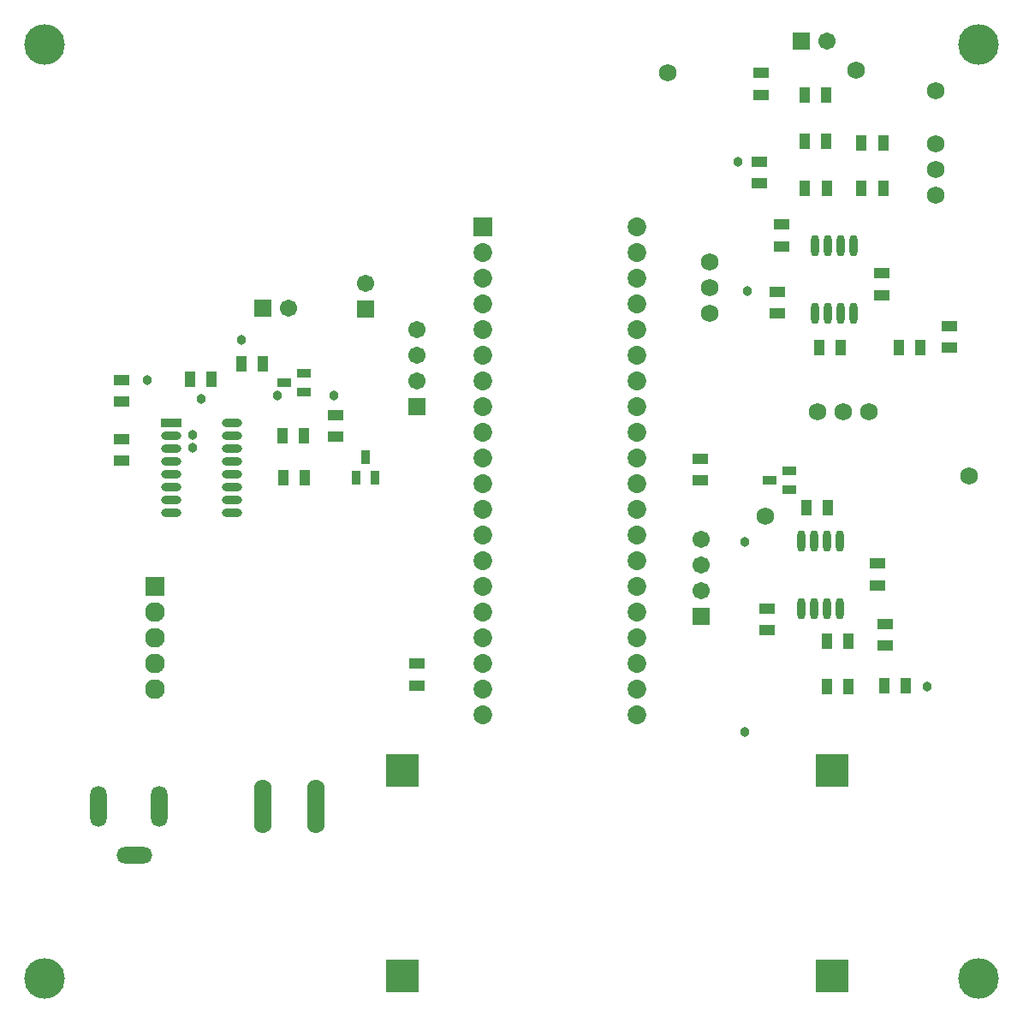
<source format=gts>
%FSLAX25Y25*%
%MOIN*%
G70*
G01*
G75*
G04 Layer_Color=8388736*
%ADD10C,0.02000*%
%ADD11C,0.03000*%
%ADD12R,0.04724X0.02756*%
%ADD13R,0.05315X0.03347*%
%ADD14R,0.03347X0.05315*%
%ADD15O,0.07087X0.02441*%
%ADD16R,0.07087X0.02441*%
%ADD17R,0.12000X0.12000*%
%ADD18O,0.02362X0.07480*%
%ADD19R,0.02756X0.04724*%
%ADD20C,0.05000*%
%ADD21C,0.05906*%
%ADD22R,0.05906X0.05906*%
%ADD23R,0.05906X0.05906*%
%ADD24R,0.06900X0.06900*%
%ADD25C,0.06900*%
%ADD26C,0.15000*%
%ADD27C,0.06500*%
%ADD28R,0.06500X0.06500*%
%ADD29O,0.05600X0.15200*%
%ADD30O,0.13200X0.05600*%
%ADD31O,0.06000X0.20200*%
%ADD32C,0.06000*%
%ADD33C,0.03000*%
%ADD34C,0.01000*%
%ADD35C,0.00984*%
%ADD36C,0.00787*%
%ADD37C,0.02362*%
%ADD38C,0.01181*%
%ADD39R,0.05524X0.03556*%
%ADD40R,0.06115X0.04147*%
%ADD41R,0.04147X0.06115*%
%ADD42O,0.07887X0.03241*%
%ADD43R,0.07887X0.03241*%
%ADD44R,0.12800X0.12800*%
%ADD45O,0.03162X0.08280*%
%ADD46R,0.03556X0.05524*%
%ADD47C,0.06706*%
%ADD48R,0.06706X0.06706*%
%ADD49R,0.06706X0.06706*%
%ADD50R,0.07700X0.07700*%
%ADD51C,0.07700*%
%ADD52C,0.15800*%
%ADD53C,0.07300*%
%ADD54R,0.07300X0.07300*%
%ADD55O,0.06400X0.16000*%
%ADD56O,0.14000X0.06400*%
%ADD57O,0.06800X0.21000*%
%ADD58C,0.06800*%
%ADD59C,0.03800*%
D39*
X305100Y212700D02*
D03*
X297163Y209099D02*
D03*
X305100Y205298D02*
D03*
X116100Y243298D02*
D03*
X108163Y247099D02*
D03*
X116100Y250700D02*
D03*
D40*
X270200Y208968D02*
D03*
Y217432D02*
D03*
X128200Y234432D02*
D03*
Y225968D02*
D03*
X44800Y239568D02*
D03*
Y248032D02*
D03*
Y216568D02*
D03*
Y225032D02*
D03*
X301800Y300068D02*
D03*
Y308532D02*
D03*
X293200Y332932D02*
D03*
Y324468D02*
D03*
X340800Y281068D02*
D03*
Y289532D02*
D03*
X367200Y268932D02*
D03*
Y260468D02*
D03*
X300200Y282432D02*
D03*
Y273968D02*
D03*
X296200Y158932D02*
D03*
Y150468D02*
D03*
X342200Y152932D02*
D03*
Y144468D02*
D03*
X339300Y168068D02*
D03*
Y176532D02*
D03*
X293800Y359068D02*
D03*
Y367532D02*
D03*
X159800Y129068D02*
D03*
Y137532D02*
D03*
D41*
X71568Y248200D02*
D03*
X80032D02*
D03*
X91568Y254200D02*
D03*
X100032D02*
D03*
X107568Y226200D02*
D03*
X116032D02*
D03*
X116432Y209800D02*
D03*
X107968D02*
D03*
X350432Y128800D02*
D03*
X341968D02*
D03*
X333068Y322700D02*
D03*
X341532D02*
D03*
X319432Y340800D02*
D03*
X310968D02*
D03*
X316568Y260700D02*
D03*
X325032D02*
D03*
X333068Y340200D02*
D03*
X341532D02*
D03*
X311068Y322700D02*
D03*
X319532D02*
D03*
X319432Y358800D02*
D03*
X310968D02*
D03*
X347568Y260700D02*
D03*
X356032D02*
D03*
X327932Y146300D02*
D03*
X319468D02*
D03*
X319568Y128700D02*
D03*
X328032D02*
D03*
X311568Y198200D02*
D03*
X320032D02*
D03*
D42*
X87822Y196400D02*
D03*
Y201400D02*
D03*
Y206400D02*
D03*
Y211400D02*
D03*
Y216400D02*
D03*
Y221400D02*
D03*
Y226400D02*
D03*
Y231400D02*
D03*
X64200Y196400D02*
D03*
Y201400D02*
D03*
Y206400D02*
D03*
Y211400D02*
D03*
Y216400D02*
D03*
Y221400D02*
D03*
Y226400D02*
D03*
D43*
Y231400D02*
D03*
D44*
X321750Y16000D02*
D03*
Y96000D02*
D03*
X154250D02*
D03*
Y16000D02*
D03*
D45*
X330000Y300189D02*
D03*
X325000D02*
D03*
X320000D02*
D03*
X315000D02*
D03*
X330000Y273811D02*
D03*
X325000D02*
D03*
X320000D02*
D03*
X315000D02*
D03*
X309500Y158811D02*
D03*
X314500D02*
D03*
X319500D02*
D03*
X324500D02*
D03*
X309500Y185189D02*
D03*
X314500D02*
D03*
X319500D02*
D03*
X324500D02*
D03*
D46*
X136298Y209900D02*
D03*
X140099Y217837D02*
D03*
X143700Y209900D02*
D03*
D47*
X270500Y186000D02*
D03*
Y176000D02*
D03*
Y166000D02*
D03*
X319500Y380000D02*
D03*
X160000Y247500D02*
D03*
Y257500D02*
D03*
Y267500D02*
D03*
X110000Y276000D02*
D03*
X140000Y285500D02*
D03*
D48*
X270500Y156000D02*
D03*
X160000Y237500D02*
D03*
X140000Y275500D02*
D03*
D49*
X309500Y380000D02*
D03*
X100000Y276000D02*
D03*
D50*
X58000Y167500D02*
D03*
D51*
Y157500D02*
D03*
Y147500D02*
D03*
Y137500D02*
D03*
Y127500D02*
D03*
D52*
X378701Y15000D02*
D03*
X15000D02*
D03*
X378701Y378701D02*
D03*
X15000D02*
D03*
D53*
X245500Y257500D02*
D03*
Y297500D02*
D03*
Y277500D02*
D03*
Y267500D02*
D03*
Y217500D02*
D03*
Y227500D02*
D03*
Y237500D02*
D03*
Y247500D02*
D03*
Y287500D02*
D03*
Y307500D02*
D03*
Y207500D02*
D03*
Y187500D02*
D03*
Y147500D02*
D03*
Y137500D02*
D03*
Y127500D02*
D03*
Y117500D02*
D03*
Y167500D02*
D03*
Y177500D02*
D03*
Y197500D02*
D03*
Y157500D02*
D03*
X185500D02*
D03*
Y197500D02*
D03*
Y177500D02*
D03*
Y167500D02*
D03*
Y117500D02*
D03*
Y127500D02*
D03*
Y137500D02*
D03*
Y147500D02*
D03*
Y187500D02*
D03*
Y207500D02*
D03*
Y287500D02*
D03*
Y247500D02*
D03*
Y237500D02*
D03*
Y227500D02*
D03*
Y217500D02*
D03*
Y267500D02*
D03*
Y277500D02*
D03*
Y297500D02*
D03*
Y257500D02*
D03*
D54*
Y307500D02*
D03*
D55*
X59475Y82000D02*
D03*
X36000D02*
D03*
D56*
X50100Y63000D02*
D03*
D57*
X100000Y82000D02*
D03*
X120625D02*
D03*
D58*
X362000Y340000D02*
D03*
Y330000D02*
D03*
Y320000D02*
D03*
X274000Y294000D02*
D03*
Y284000D02*
D03*
Y274000D02*
D03*
X316000Y235500D02*
D03*
X326000D02*
D03*
X336000D02*
D03*
X257500Y367500D02*
D03*
X331000Y368500D02*
D03*
X362000Y360500D02*
D03*
X375000Y210500D02*
D03*
X295500Y195000D02*
D03*
D59*
X105500Y242000D02*
D03*
X127500D02*
D03*
X91500Y263500D02*
D03*
X72500Y221500D02*
D03*
Y226500D02*
D03*
X358500Y128500D02*
D03*
X287500Y185000D02*
D03*
Y111000D02*
D03*
X285000Y333000D02*
D03*
X288500Y282500D02*
D03*
X76000Y240500D02*
D03*
X55000Y248000D02*
D03*
M02*

</source>
